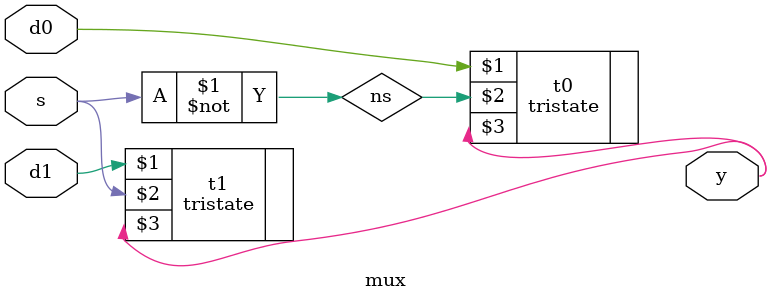
<source format=sv>
module mux(input logic d0, d1, s, output tri y);

not inversor(ns, s);

tristate t0(d0, ns, y);
tristate t1(d1, s, y);
endmodule

</source>
